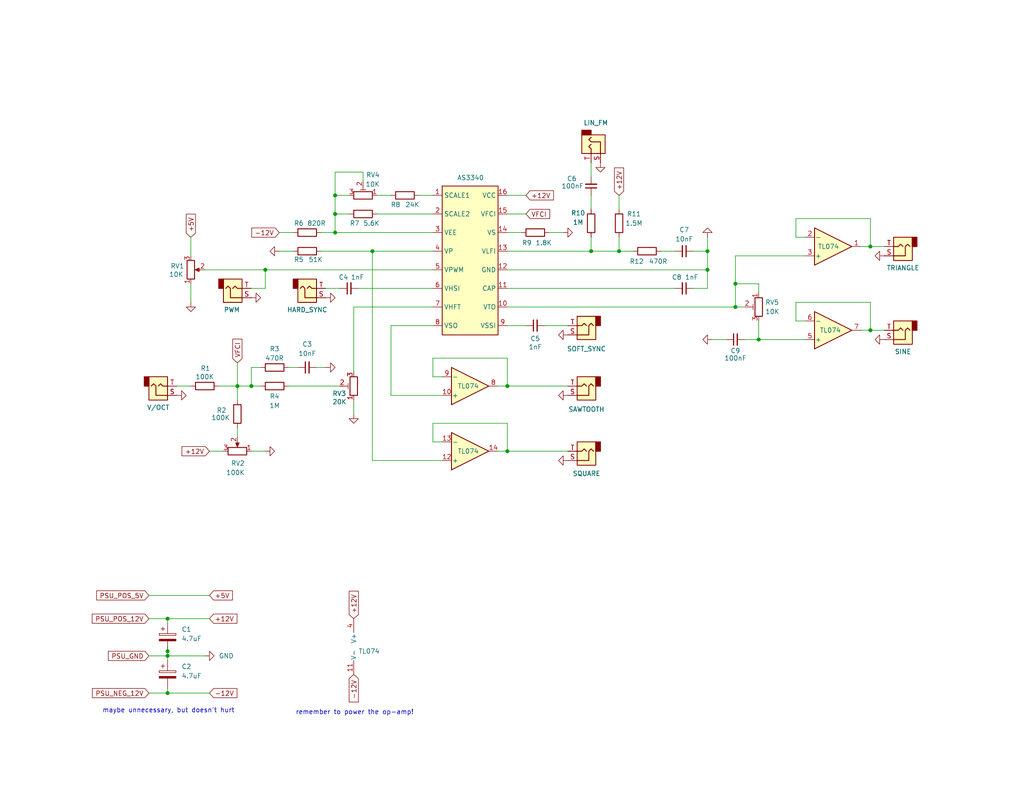
<source format=kicad_sch>
(kicad_sch (version 20250114) (generator "eeschema") (generator_version "9.0")
  (paper "USLetter")
  (lib_symbols
    (symbol "Amplifier_Operational:TL074" (pin_names (offset 0.127))
      (property "Reference" "U" (at 0 5.08 0))
      (property "Value" "TL074" (at 0 -5.08 0))
      (symbol "TL074_1_1"
        (polyline (pts (xy -5.08 5.08) (xy 5.08 0) (xy -5.08 -5.08) (xy -5.08 5.08)) (stroke (width 0.254)) (fill (type background)))
        (pin input line (at -7.62 2.54 0) (length 2.54) (name "+") (number "3"))
        (pin input line (at -7.62 -2.54 0) (length 2.54) (name "-") (number "2"))
        (pin output line (at 7.62 0 180) (length 2.54) (name "~") (number "1"))
      )
      (symbol "TL074_2_1"
        (polyline (pts (xy -5.08 5.08) (xy 5.08 0) (xy -5.08 -5.08) (xy -5.08 5.08)) (stroke (width 0.254)) (fill (type background)))
        (pin input line (at -7.62 2.54 0) (length 2.54) (name "+") (number "5"))
        (pin input line (at -7.62 -2.54 0) (length 2.54) (name "-") (number "6"))
        (pin output line (at 7.62 0 180) (length 2.54) (name "~") (number "7"))
      )
      (symbol "TL074_3_1"
        (polyline (pts (xy -5.08 5.08) (xy 5.08 0) (xy -5.08 -5.08) (xy -5.08 5.08)) (stroke (width 0.254)) (fill (type background)))
        (pin input line (at -7.62 2.54 0) (length 2.54) (name "+") (number "10"))
        (pin input line (at -7.62 -2.54 0) (length 2.54) (name "-") (number "9"))
        (pin output line (at 7.62 0 180) (length 2.54) (name "~") (number "8"))
      )
      (symbol "TL074_4_1"
        (polyline (pts (xy -5.08 5.08) (xy 5.08 0) (xy -5.08 -5.08) (xy -5.08 5.08)) (stroke (width 0.254)) (fill (type background)))
        (pin input line (at -7.62 2.54 0) (length 2.54) (name "+") (number "12"))
        (pin input line (at -7.62 -2.54 0) (length 2.54) (name "-") (number "13"))
        (pin output line (at 7.62 0 180) (length 2.54) (name "~") (number "14"))
      )
      (symbol "TL074_5_1"
        (pin power_in line (at -2.54 7.62 270) (length 3.81) (name "V+") (number "4"))
        (pin power_in line (at -2.54 -7.62 90) (length 3.81) (name "V-") (number "11"))
      )
    )
    (symbol "Audio:AS3340"
      (property "Reference" "U1" (at -5.08 19.812 0))
      (property "Value" "AS3340" (at -5.08 17.272 0))
      (symbol "AS3340_0_1"
        (rectangle (start -10.16 15.24) (end 5.08 -25.4) (stroke (width 0.254)) (fill (type background)))
      )
      (symbol "AS3340_1_1"
        (pin input line (at -12.7 12.7 0) (length 2.54) (name "SCALE1") (number "1"))
        (pin input line (at -12.7 7.62 0) (length 2.54) (name "SCALE2") (number "2"))
        (pin power_in line (at -12.7 2.54 0) (length 2.54) (name "VEE") (number "3"))
        (pin output line (at -12.7 -2.54 0) (length 2.54) (name "VP") (number "4"))
        (pin input line (at -12.7 -7.62 0) (length 2.54) (name "VPWM") (number "5"))
        (pin input line (at -12.7 -12.7 0) (length 2.54) (name "VHSI") (number "6"))
        (pin input line (at -12.7 -17.78 0) (length 2.54) (name "VHFT") (number "7"))
        (pin output line (at -12.7 -22.86 0) (length 2.54) (name "VSO") (number "8"))
        (pin power_in line (at 7.62 12.7 180) (length 2.54) (name "VCC") (number "16"))
        (pin input line (at 7.62 7.62 180) (length 2.54) (name "VFCI") (number "15"))
        (pin passive line (at 7.62 2.54 180) (length 2.54) (name "VS") (number "14"))
        (pin input line (at 7.62 -2.54 180) (length 2.54) (name "VLFI") (number "13"))
        (pin power_in line (at 7.62 -7.62 180) (length 2.54) (name "GND") (number "12"))
        (pin passive line (at 7.62 -12.7 180) (length 2.54) (name "CAP") (number "11"))
        (pin output line (at 7.62 -17.78 180) (length 2.54) (name "VTO") (number "10"))
        (pin input line (at 7.62 -22.86 180) (length 2.54) (name "VSSI") (number "9"))
      )
    )
    (symbol "Connector_Audio:AudioJack2"
      (property "Reference" "J" (at 0 8.89 0))
      (property "Value" "AudioJack2" (at 0 6.35 0))
      (symbol "AudioJack2_0_1"
        (rectangle (start -3.81 0) (end -2.54 -2.54) (stroke (width 0.254)) (fill (type outline)))
        (rectangle (start -2.54 3.81) (end 2.54 -2.54) (stroke (width 0.254)) (fill (type background)))
        (polyline (pts (xy 0 0) (xy 0.635 -0.635) (xy 1.27 0) (xy 2.54 0)) (stroke (width 0.254)))
        (polyline (pts (xy 2.54 2.54) (xy -0.635 2.54) (xy -0.635 0) (xy -1.27 -0.635) (xy -1.905 0)) (stroke (width 0.254)))
      )
      (symbol "AudioJack2_1_1"
        (pin passive line (at 5.08 2.54 180) (length 2.54) (name "~") (number "S"))
        (pin passive line (at 5.08 0 180) (length 2.54) (name "~") (number "T"))
      )
    )
    (symbol "Device:C_Polarized" (pin_numbers (hide yes)) (pin_names (offset 0.254))
      (property "Reference" "C" (at 0.635 2.54 0))
      (property "Value" "C_Polarized" (at 0.635 -2.54 0))
      (symbol "C_Polarized_0_1"
        (rectangle (start -2.286 0.508) (end 2.286 1.016))
        (polyline (pts (xy -1.778 2.286) (xy -0.762 2.286)))
        (polyline (pts (xy -1.27 2.794) (xy -1.27 1.778)))
        (rectangle (start 2.286 -0.508) (end -2.286 -1.016) (fill (type outline)))
      )
      (symbol "C_Polarized_1_1"
        (pin passive line (at 0 3.81 270) (length 2.794) (name "~") (number "1"))
        (pin passive line (at 0 -3.81 90) (length 2.794) (name "~") (number "2"))
      )
    )
    (symbol "Device:C_Small" (pin_numbers (hide yes)) (pin_names (offset 0.254) (hide yes))
      (property "Reference" "C" (at 0.254 1.778 0))
      (property "Value" "C_Small" (at 0.254 -2.032 0))
      (symbol "C_Small_0_1"
        (polyline (pts (xy -1.524 0.508) (xy 1.524 0.508)) (stroke (width 0.3048)))
        (polyline (pts (xy -1.524 -0.508) (xy 1.524 -0.508)) (stroke (width 0.3302)))
      )
      (symbol "C_Small_1_1"
        (pin passive line (at 0 2.54 270) (length 2.032) (name "~") (number "1"))
        (pin passive line (at 0 -2.54 90) (length 2.032) (name "~") (number "2"))
      )
    )
    (symbol "Device:R" (pin_numbers (hide yes)) (pin_names (offset 0))
      (property "Reference" "R" (at 2.032 0 90))
      (property "Value" "R" (at 0 0 90))
      (symbol "R_0_1"
        (rectangle (start -1.016 -2.54) (end 1.016 2.54) (stroke (width 0.254)))
      )
      (symbol "R_1_1"
        (pin passive line (at 0 3.81 270) (length 1.27) (name "~") (number "1"))
        (pin passive line (at 0 -3.81 90) (length 1.27) (name "~") (number "2"))
      )
    )
    (symbol "Device:R_Potentiometer" (pin_names (offset 1.016) (hide yes))
      (property "Reference" "RV" (at -4.445 0 90))
      (property "Value" "R_Potentiometer" (at -2.54 0 90))
      (symbol "R_Potentiometer_0_1"
        (rectangle (start 1.016 2.54) (end -1.016 -2.54) (stroke (width 0.254)))
        (polyline (pts (xy 1.143 0) (xy 2.286 0.508) (xy 2.286 -0.508) (xy 1.143 0)) (fill (type outline)))
        (polyline (pts (xy 2.54 0) (xy 1.524 0)))
      )
      (symbol "R_Potentiometer_1_1"
        (pin passive line (at 0 3.81 270) (length 1.27) (name "1") (number "1"))
        (pin passive line (at 0 -3.81 90) (length 1.27) (name "3") (number "3"))
        (pin passive line (at 3.81 0 180) (length 1.27) (name "2") (number "2"))
      )
    )
    (symbol "Device:R_Potentiometer_Trim" (pin_names (offset 1.016) (hide yes))
      (property "Reference" "RV" (at -4.445 0 90))
      (property "Value" "R_Potentiometer_Trim" (at -2.54 0 90))
      (symbol "R_Potentiometer_Trim_0_1"
        (rectangle (start 1.016 2.54) (end -1.016 -2.54) (stroke (width 0.254)))
        (polyline (pts (xy 1.524 0.762) (xy 1.524 -0.762)))
        (polyline (pts (xy 2.54 0) (xy 1.524 0)))
      )
      (symbol "R_Potentiometer_Trim_1_1"
        (pin passive line (at 0 3.81 270) (length 1.27) (name "1") (number "1"))
        (pin passive line (at 0 -3.81 90) (length 1.27) (name "3") (number "3"))
        (pin passive line (at 3.81 0 180) (length 1.27) (name "2") (number "2"))
      )
    )
    (symbol "power:GND" (power) (pin_numbers (hide yes)) (pin_names (offset 0) (hide yes))
      (property "Value" "GND" (at 0 -3.81 0))
      (symbol "GND_0_1"
        (polyline (pts (xy 0 0) (xy 0 -1.27) (xy 1.27 -1.27) (xy 0 -2.54) (xy -1.27 -1.27) (xy 0 -1.27)))
      )
      (symbol "GND_1_1"
        (pin power_in line (at 0 0 270) (length 0) (name "~") (number "1"))
      )
    )
  )
  (text "maybe unnecessary, but doesn't hurt" (at 45.974 194.056 0) (effects (font (size 1.27 1.27))))
  (text "remember to power the op-amp!" (at 96.774 194.564 0) (effects (font (size 1.27 1.27))))
  (junction (at 161.29 68.58))
  (junction (at 200.66 83.82))
  (junction (at 45.72 168.91))
  (junction (at 138.43 105.41))
  (junction (at 45.72 177.8))
  (junction (at 207.01 92.71))
  (junction (at 138.43 123.19))
  (junction (at 68.58 105.41))
  (junction (at 200.66 77.47))
  (junction (at 168.91 68.58))
  (junction (at 91.44 53.34))
  (junction (at 193.04 73.66))
  (junction (at 91.44 63.5))
  (junction (at 237.49 90.17))
  (junction (at 45.72 179.07))
  (junction (at 101.6 68.58))
  (junction (at 45.72 189.23))
  (junction (at 72.39 73.66))
  (junction (at 64.77 105.41))
  (junction (at 193.04 68.58))
  (junction (at 91.44 58.42))
  (junction (at 237.49 67.31))
  (wire (pts (xy 78.74 105.41) (xy 92.71 105.41)))
  (wire (pts (xy 114.3 53.34) (xy 118.11 53.34)))
  (wire (pts (xy 106.68 53.34) (xy 102.87 53.34)))
  (wire (pts (xy 45.72 179.07) (xy 55.88 179.07)))
  (wire (pts (xy 193.04 78.74) (xy 193.04 73.66)))
  (wire (pts (xy 217.17 82.55) (xy 237.49 82.55)))
  (wire (pts (xy 135.89 105.41) (xy 138.43 105.41)))
  (wire (pts (xy 120.65 102.87) (xy 118.11 102.87)))
  (wire (pts (xy 68.58 100.33) (xy 68.58 105.41)))
  (wire (pts (xy 97.79 78.74) (xy 118.11 78.74)))
  (wire (pts (xy 55.88 73.66) (xy 72.39 73.66)))
  (wire (pts (xy 64.77 105.41) (xy 64.77 109.22)))
  (wire (pts (xy 161.29 57.15) (xy 161.29 53.34)))
  (wire (pts (xy 45.72 176.53) (xy 45.72 177.8)))
  (wire (pts (xy 96.52 83.82) (xy 118.11 83.82)))
  (wire (pts (xy 45.72 179.07) (xy 45.72 180.34)))
  (wire (pts (xy 45.72 168.91) (xy 57.15 168.91)))
  (wire (pts (xy 99.06 46.99) (xy 91.44 46.99)))
  (wire (pts (xy 76.2 68.58) (xy 80.01 68.58)))
  (wire (pts (xy 138.43 123.19) (xy 154.94 123.19)))
  (wire (pts (xy 86.36 100.33) (xy 88.9 100.33)))
  (wire (pts (xy 200.66 77.47) (xy 207.01 77.47)))
  (wire (pts (xy 72.39 73.66) (xy 118.11 73.66)))
  (wire (pts (xy 64.77 119.38) (xy 64.77 116.84)))
  (wire (pts (xy 219.71 87.63) (xy 217.17 87.63)))
  (wire (pts (xy 80.01 63.5) (xy 76.2 63.5)))
  (wire (pts (xy 91.44 58.42) (xy 91.44 63.5)))
  (wire (pts (xy 40.64 162.56) (xy 57.15 162.56)))
  (wire (pts (xy 138.43 105.41) (xy 154.94 105.41)))
  (wire (pts (xy 148.59 88.9) (xy 154.94 88.9)))
  (wire (pts (xy 161.29 68.58) (xy 168.91 68.58)))
  (wire (pts (xy 193.04 68.58) (xy 189.23 68.58)))
  (wire (pts (xy 87.63 63.5) (xy 91.44 63.5)))
  (wire (pts (xy 106.68 88.9) (xy 106.68 107.95)))
  (wire (pts (xy 102.87 58.42) (xy 118.11 58.42)))
  (wire (pts (xy 78.74 100.33) (xy 81.28 100.33)))
  (wire (pts (xy 168.91 68.58) (xy 172.72 68.58)))
  (wire (pts (xy 48.26 105.41) (xy 52.07 105.41)))
  (wire (pts (xy 237.49 82.55) (xy 237.49 90.17)))
  (wire (pts (xy 219.71 64.77) (xy 217.17 64.77)))
  (wire (pts (xy 118.11 88.9) (xy 106.68 88.9)))
  (wire (pts (xy 91.44 46.99) (xy 91.44 53.34)))
  (wire (pts (xy 68.58 78.74) (xy 72.39 78.74)))
  (wire (pts (xy 138.43 63.5) (xy 142.24 63.5)))
  (wire (pts (xy 153.67 63.5) (xy 149.86 63.5)))
  (wire (pts (xy 96.52 101.6) (xy 96.52 83.82)))
  (wire (pts (xy 45.72 170.18) (xy 45.72 168.91)))
  (wire (pts (xy 237.49 59.69) (xy 237.49 67.31)))
  (wire (pts (xy 45.72 187.96) (xy 45.72 189.23)))
  (wire (pts (xy 237.49 90.17) (xy 241.3 90.17)))
  (wire (pts (xy 234.95 90.17) (xy 237.49 90.17)))
  (wire (pts (xy 207.01 87.63) (xy 207.01 92.71)))
  (wire (pts (xy 101.6 125.73) (xy 120.65 125.73)))
  (wire (pts (xy 180.34 68.58) (xy 184.15 68.58)))
  (wire (pts (xy 189.23 78.74) (xy 193.04 78.74)))
  (wire (pts (xy 194.31 92.71) (xy 198.12 92.71)))
  (wire (pts (xy 118.11 120.65) (xy 118.11 115.57)))
  (wire (pts (xy 118.11 97.79) (xy 138.43 97.79)))
  (wire (pts (xy 52.07 77.47) (xy 52.07 82.55)))
  (wire (pts (xy 45.72 168.91) (xy 40.64 168.91)))
  (wire (pts (xy 96.52 113.03) (xy 96.52 109.22)))
  (wire (pts (xy 161.29 48.26) (xy 161.29 44.45)))
  (wire (pts (xy 106.68 107.95) (xy 120.65 107.95)))
  (wire (pts (xy 217.17 87.63) (xy 217.17 82.55)))
  (wire (pts (xy 45.72 177.8) (xy 45.72 179.07)))
  (wire (pts (xy 135.89 123.19) (xy 138.43 123.19)))
  (wire (pts (xy 200.66 69.85) (xy 219.71 69.85)))
  (wire (pts (xy 68.58 105.41) (xy 64.77 105.41)))
  (wire (pts (xy 217.17 59.69) (xy 237.49 59.69)))
  (wire (pts (xy 143.51 53.34) (xy 138.43 53.34)))
  (wire (pts (xy 120.65 120.65) (xy 118.11 120.65)))
  (wire (pts (xy 45.72 179.07) (xy 40.64 179.07)))
  (wire (pts (xy 52.07 64.77) (xy 52.07 69.85)))
  (wire (pts (xy 87.63 68.58) (xy 101.6 68.58)))
  (wire (pts (xy 138.43 68.58) (xy 161.29 68.58)))
  (wire (pts (xy 207.01 80.01) (xy 207.01 77.47)))
  (wire (pts (xy 91.44 63.5) (xy 118.11 63.5)))
  (wire (pts (xy 118.11 102.87) (xy 118.11 97.79)))
  (wire (pts (xy 138.43 88.9) (xy 143.51 88.9)))
  (wire (pts (xy 64.77 105.41) (xy 64.77 99.06)))
  (wire (pts (xy 200.66 69.85) (xy 200.66 77.47)))
  (wire (pts (xy 99.06 49.53) (xy 99.06 46.99)))
  (wire (pts (xy 168.91 53.34) (xy 168.91 57.15)))
  (wire (pts (xy 203.2 92.71) (xy 207.01 92.71)))
  (wire (pts (xy 71.12 105.41) (xy 68.58 105.41)))
  (wire (pts (xy 217.17 64.77) (xy 217.17 59.69)))
  (wire (pts (xy 68.58 123.19) (xy 72.39 123.19)))
  (wire (pts (xy 91.44 58.42) (xy 95.25 58.42)))
  (wire (pts (xy 91.44 53.34) (xy 95.25 53.34)))
  (wire (pts (xy 200.66 83.82) (xy 200.66 77.47)))
  (wire (pts (xy 193.04 68.58) (xy 193.04 73.66)))
  (wire (pts (xy 88.9 78.74) (xy 92.71 78.74)))
  (wire (pts (xy 161.29 64.77) (xy 161.29 68.58)))
  (wire (pts (xy 138.43 78.74) (xy 184.15 78.74)))
  (wire (pts (xy 101.6 68.58) (xy 101.6 125.73)))
  (wire (pts (xy 200.66 83.82) (xy 203.2 83.82)))
  (wire (pts (xy 71.12 100.33) (xy 68.58 100.33)))
  (wire (pts (xy 193.04 73.66) (xy 138.43 73.66)))
  (wire (pts (xy 138.43 97.79) (xy 138.43 105.41)))
  (wire (pts (xy 91.44 53.34) (xy 91.44 58.42)))
  (wire (pts (xy 57.15 123.19) (xy 60.96 123.19)))
  (wire (pts (xy 138.43 115.57) (xy 138.43 123.19)))
  (wire (pts (xy 234.95 67.31) (xy 237.49 67.31)))
  (wire (pts (xy 237.49 67.31) (xy 241.3 67.31)))
  (wire (pts (xy 138.43 58.42) (xy 143.51 58.42)))
  (wire (pts (xy 101.6 68.58) (xy 118.11 68.58)))
  (wire (pts (xy 45.72 189.23) (xy 40.64 189.23)))
  (wire (pts (xy 193.04 64.77) (xy 193.04 68.58)))
  (wire (pts (xy 207.01 92.71) (xy 219.71 92.71)))
  (wire (pts (xy 168.91 64.77) (xy 168.91 68.58)))
  (wire (pts (xy 59.69 105.41) (xy 64.77 105.41)))
  (wire (pts (xy 72.39 73.66) (xy 72.39 78.74)))
  (wire (pts (xy 45.72 189.23) (xy 57.15 189.23)))
  (wire (pts (xy 118.11 115.57) (xy 138.43 115.57)))
  (wire (pts (xy 138.43 83.82) (xy 200.66 83.82)))
  (global_label "+12V" (shape input) (at 57.15 123.19 180) (property "Intersheetrefs" "${INTERSHEET_REFS}" (effects (hide yes))))
  (global_label "+12V" (shape input) (at 168.91 53.34 90) (property "Intersheetrefs" "${INTERSHEET_REFS}" (effects (hide yes))))
  (global_label "PSU_POS_5V" (shape input) (at 40.64 162.56 180) (property "Intersheetrefs" "${INTERSHEET_REFS}" (effects (hide yes))))
  (global_label "VFCI" (shape input) (at 143.51 58.42 0) (property "Intersheetrefs" "${INTERSHEET_REFS}" (effects (hide yes))))
  (global_label "PSU_POS_12V" (shape input) (at 40.64 168.91 180) (property "Intersheetrefs" "${INTERSHEET_REFS}" (effects (hide yes))))
  (global_label "+5V" (shape input) (at 52.07 64.77 90) (property "Intersheetrefs" "${INTERSHEET_REFS}" (effects (hide yes))))
  (global_label "+12V" (shape input) (at 96.52 168.91 90) (property "Intersheetrefs" "${INTERSHEET_REFS}" (effects (hide yes))))
  (global_label "+5V" (shape input) (at 57.15 162.56 0) (property "Intersheetrefs" "${INTERSHEET_REFS}" (effects (hide yes))))
  (global_label "PSU_GND" (shape input) (at 40.64 179.07 180) (property "Intersheetrefs" "${INTERSHEET_REFS}" (effects (hide yes))))
  (global_label "-12V" (shape input) (at 57.15 189.23 0) (property "Intersheetrefs" "${INTERSHEET_REFS}" (effects (hide yes))))
  (global_label "-12V" (shape input) (at 76.2 63.5 180) (property "Intersheetrefs" "${INTERSHEET_REFS}" (effects (hide yes))))
  (global_label "VFCI" (shape input) (at 64.77 99.06 90) (property "Intersheetrefs" "${INTERSHEET_REFS}" (effects (hide yes))))
  (global_label "-12V" (shape input) (at 96.52 184.15 270) (property "Intersheetrefs" "${INTERSHEET_REFS}" (effects (hide yes))))
  (global_label "+12V" (shape input) (at 57.15 168.91 0) (property "Intersheetrefs" "${INTERSHEET_REFS}" (effects (hide yes))))
  (global_label "+12V" (shape input) (at 143.51 53.34 0) (property "Intersheetrefs" "${INTERSHEET_REFS}" (effects (hide yes))))
  (global_label "PSU_NEG_12V" (shape input) (at 40.64 189.23 180) (property "Intersheetrefs" "${INTERSHEET_REFS}" (effects (hide yes))))
  (symbol (lib_id "power:GND") (at 88.9 81.28 90) (unit 1)
    (property "Reference" "#PWR013" (effects (hide yes)))
    (property "Value" "GND" (effects (hide yes)))
    (property "Description" "Power symbol creates a global label with name \"GND\" , ground" (effects (hide yes)))
  )
  (symbol (lib_id "power:GND") (at 241.3 69.85 270) (unit 1)
    (property "Reference" "#PWR09" (effects (hide yes)))
    (property "Value" "GND" (effects (hide yes)))
    (property "Description" "Power symbol creates a global label with name \"GND\" , ground" (effects (hide yes)))
  )
  (symbol (lib_id "Device:R") (at 83.82 68.58 90) (unit 1)
    (property "Reference" "R5" (at 81.534 70.866 90))
    (property "Value" "51K" (at 86.106 70.866 90))
    (property "Description" "Resistor" (effects (hide yes)))
  )
  (symbol (lib_id "power:GND") (at 154.94 125.73 270) (unit 1)
    (property "Reference" "#PWR07" (effects (hide yes)))
    (property "Value" "GND" (effects (hide yes)))
    (property "Description" "Power symbol creates a global label with name \"GND\" , ground" (effects (hide yes)))
  )
  (symbol (lib_id "Device:C_Small") (at 186.69 68.58 270) (unit 1)
    (property "Reference" "C7" (at 186.69 62.738 90))
    (property "Value" "10nF" (at 186.69 65.278 90))
    (property "Description" "Unpolarized capacitor, small symbol" (effects (hide yes)))
  )
  (symbol (lib_id "power:GND") (at 96.52 113.03 0) (unit 1)
    (property "Reference" "#PWR016" (effects (hide yes)))
    (property "Value" "GND" (effects (hide yes)))
    (property "Description" "Power symbol creates a global label with name \"GND\" , ground" (effects (hide yes)))
  )
  (symbol (lib_id "Amplifier_Operational:TL074") (at 128.27 123.19 0) (mirror x) (unit 4)
    (property "Reference" "U2" (effects (hide yes)))
    (property "Value" "TL074" (at 127.762 123.19 0))
    (property "Datasheet" "http://www.ti.com/lit/ds/symlink/tl071.pdf" (effects (hide yes)))
    (property "Description" "Quad Low-Noise JFET-Input Operational Amplifiers, DIP-14/SOIC-14" (effects (hide yes)))
  )
  (symbol (lib_id "Device:R") (at 74.93 100.33 270) (unit 1)
    (property "Reference" "R3" (at 74.93 95.25 90))
    (property "Value" "470R" (at 74.93 97.79 90))
    (property "Description" "Resistor" (effects (hide yes)))
  )
  (symbol (lib_id "power:GND") (at 163.83 44.45 0) (unit 1)
    (property "Reference" "#PWR014" (effects (hide yes)))
    (property "Value" "GND" (effects (hide yes)))
    (property "Description" "Power symbol creates a global label with name \"GND\" , ground" (effects (hide yes)))
  )
  (symbol (lib_id "Connector_Audio:AudioJack2") (at 246.38 67.31 180) (unit 1)
    (property "Reference" "J3" (effects (hide yes)))
    (property "Value" "TRIANGLE" (at 246.38 73.152 0))
    (property "Description" "Audio Jack, 2 Poles (Mono / TS)" (effects (hide yes)))
  )
  (symbol (lib_id "power:GND") (at 241.3 92.71 270) (unit 1)
    (property "Reference" "#PWR010" (effects (hide yes)))
    (property "Value" "GND" (effects (hide yes)))
    (property "Description" "Power symbol creates a global label with name \"GND\" , ground" (effects (hide yes)))
  )
  (symbol (lib_id "Device:R") (at 74.93 105.41 90) (unit 1)
    (property "Reference" "R4" (at 74.93 108.204 90))
    (property "Value" "1M" (at 74.93 110.744 90))
    (property "Description" "Resistor" (effects (hide yes)))
  )
  (symbol (lib_id "Device:R_Potentiometer_Trim") (at 207.01 83.82 0) (mirror y) (unit 1)
    (property "Reference" "RV5" (at 208.788 82.55 0) (effects (justify right)))
    (property "Value" "10K" (at 208.788 85.09 0) (effects (justify right)))
    (property "Description" "Trim-potentiometer" (effects (hide yes)))
  )
  (symbol (lib_id "power:GND") (at 52.07 82.55 0) (unit 1)
    (property "Reference" "#PWR011" (effects (hide yes)))
    (property "Value" "GND" (effects (hide yes)))
    (property "Description" "Power symbol creates a global label with name \"GND\" , ground" (effects (hide yes)))
  )
  (symbol (lib_id "Amplifier_Operational:TL074") (at 227.33 90.17 0) (mirror x) (unit 2)
    (property "Reference" "U2" (effects (hide yes)))
    (property "Value" "TL074" (at 226.568 90.17 0))
    (property "Datasheet" "http://www.ti.com/lit/ds/symlink/tl071.pdf" (effects (hide yes)))
    (property "Description" "Quad Low-Noise JFET-Input Operational Amplifiers, DIP-14/SOIC-14" (effects (hide yes)))
  )
  (symbol (lib_id "Device:C_Small") (at 146.05 88.9 90) (unit 1)
    (property "Reference" "C5" (at 146.05 92.456 90))
    (property "Value" "1nF" (at 146.05 94.742 90))
    (property "Description" "Unpolarized capacitor, small symbol" (effects (hide yes)))
  )
  (symbol (lib_id "Device:R_Potentiometer_Trim") (at 99.06 53.34 270) (mirror x) (unit 1)
    (property "Reference" "RV4" (at 103.632 47.752 90) (effects (justify right)))
    (property "Value" "10K" (at 103.632 50.292 90) (effects (justify right)))
    (property "Description" "Trim-potentiometer" (effects (hide yes)))
  )
  (symbol (lib_id "Amplifier_Operational:TL074") (at 99.06 176.53 0) (unit 5)
    (property "Reference" "U3" (effects (hide yes)))
    (property "Value" "TL074" (at 97.79 177.7999 0) (effects (justify left)))
    (property "Datasheet" "http://www.ti.com/lit/ds/symlink/tl071.pdf" (effects (hide yes)))
    (property "Description" "Quad Low-Noise JFET-Input Operational Amplifiers, DIP-14/SOIC-14" (effects (hide yes)))
  )
  (symbol (lib_id "Connector_Audio:AudioJack2") (at 83.82 78.74 0) (mirror x) (unit 1)
    (property "Reference" "J5" (effects (hide yes)))
    (property "Value" "HARD_SYNC" (at 83.82 84.582 0))
    (property "Description" "Audio Jack, 2 Poles (Mono / TS)" (effects (hide yes)))
  )
  (symbol (lib_id "Device:C_Small") (at 95.25 78.74 90) (unit 1)
    (property "Reference" "C4" (at 93.726 75.692 90))
    (property "Value" "1nF" (at 97.536 75.692 90))
    (property "Description" "Unpolarized capacitor, small symbol" (effects (hide yes)))
  )
  (symbol (lib_id "Device:C_Small") (at 161.29 50.8 180) (unit 1)
    (property "Reference" "C6" (at 154.686 48.768 0) (effects (justify right)))
    (property "Value" "100nF" (at 156.21 50.8 0))
    (property "Description" "Unpolarized capacitor, small symbol" (effects (hide yes)))
  )
  (symbol (lib_id "Device:R") (at 55.88 105.41 270) (unit 1)
    (property "Reference" "R1" (at 57.404 100.5839 90) (effects (justify right)))
    (property "Value" "100K" (at 58.42 102.87 90) (effects (justify right)))
    (property "Description" "Resistor" (effects (hide yes)))
  )
  (symbol (lib_id "Device:R") (at 110.49 53.34 90) (unit 1)
    (property "Reference" "R8" (at 107.95 55.88 90))
    (property "Value" "24K" (at 112.522 55.88 90))
    (property "Description" "Resistor" (effects (hide yes)))
  )
  (symbol (lib_id "Connector_Audio:AudioJack2") (at 160.02 88.9 180) (unit 1)
    (property "Reference" "J2" (effects (hide yes)))
    (property "Value" "SOFT_SYNC" (at 160.02 95.25 0))
    (property "Description" "Audio Jack, 2 Poles (Mono / TS)" (effects (hide yes)))
  )
  (symbol (lib_id "Device:R_Potentiometer") (at 52.07 73.66 0) (mirror x) (unit 1)
    (property "Reference" "RV1" (at 50.292 72.644 0) (effects (justify right)))
    (property "Value" "10K" (at 50.038 74.93 0) (effects (justify right)))
    (property "Description" "Potentiometer" (effects (hide yes)))
  )
  (symbol (lib_id "Audio:AS3340") (at 130.81 66.04 0) (unit 1)
    (property "Reference" "U1" (effects (hide yes)))
    (property "Value" "AS3340" (at 124.714 48.514 0) (effects (justify left)))
    (property "Datasheet" "http://www.alfarzpp.lv/eng/sc/AS3340.pdf" (effects (hide yes)))
    (property "Description" "Voltage Controlled Oscillator (VCO), DIP-16/SOIC-16" (effects (hide yes)))
  )
  (symbol (lib_id "Connector_Audio:AudioJack2") (at 160.02 105.41 180) (unit 1)
    (property "Reference" "J6" (effects (hide yes)))
    (property "Value" "SAWTOOTH" (at 160.02 111.76 0))
    (property "Description" "Audio Jack, 2 Poles (Mono / TS)" (effects (hide yes)))
  )
  (symbol (lib_id "Device:C_Polarized") (at 45.72 173.99 0) (unit 1)
    (property "Reference" "C1" (at 49.53 171.8309 0) (effects (justify left)))
    (property "Value" "4.7uF" (at 49.53 174.3709 0) (effects (justify left)))
    (property "Description" "Polarized capacitor" (effects (hide yes)))
  )
  (symbol (lib_id "Connector_Audio:AudioJack2") (at 43.18 105.41 0) (mirror x) (unit 1)
    (property "Reference" "J1" (effects (hide yes)))
    (property "Value" "V/OCT" (at 43.18 111.252 0))
    (property "Description" "Audio Jack, 2 Poles (Mono / TS)" (effects (hide yes)))
  )
  (symbol (lib_id "Device:C_Small") (at 83.82 100.33 90) (unit 1)
    (property "Reference" "C3" (at 83.8263 93.98 90))
    (property "Value" "10nF" (at 83.8263 96.52 90))
    (property "Description" "Unpolarized capacitor, small symbol" (effects (hide yes)))
  )
  (symbol (lib_id "power:GND") (at 194.31 92.71 270) (unit 1)
    (property "Reference" "#PWR08" (effects (hide yes)))
    (property "Value" "GND" (effects (hide yes)))
    (property "Description" "Power symbol creates a global label with name \"GND\" , ground" (effects (hide yes)))
  )
  (symbol (lib_id "power:GND") (at 76.2 68.58 270) (unit 1)
    (property "Reference" "#PWR04" (effects (hide yes)))
    (property "Value" "GND" (effects (hide yes)))
    (property "Description" "Power symbol creates a global label with name \"GND\" , ground" (effects (hide yes)))
  )
  (symbol (lib_id "Connector_Audio:AudioJack2") (at 63.5 78.74 0) (mirror x) (unit 1)
    (property "Reference" "J4" (effects (hide yes)))
    (property "Value" "PWM" (at 63.246 84.582 0))
    (property "Description" "Audio Jack, 2 Poles (Mono / TS)" (effects (hide yes)))
  )
  (symbol (lib_id "power:GND") (at 72.39 123.19 90) (unit 1)
    (property "Reference" "#PWR01" (effects (hide yes)))
    (property "Value" "GND" (effects (hide yes)))
    (property "Description" "Power symbol creates a global label with name \"GND\" , ground" (effects (hide yes)))
  )
  (symbol (lib_id "Connector_Audio:AudioJack2") (at 246.38 90.17 180) (unit 1)
    (property "Reference" "J8" (effects (hide yes)))
    (property "Value" "SINE" (at 246.38 96.012 0))
    (property "Description" "Audio Jack, 2 Poles (Mono / TS)" (effects (hide yes)))
  )
  (symbol (lib_id "Device:R") (at 64.77 113.03 180) (unit 1)
    (property "Reference" "R2" (at 60.452 112.014 0))
    (property "Value" "100K" (at 60.198 114.046 0))
    (property "Description" "Resistor" (effects (hide yes)))
  )
  (symbol (lib_id "power:GND") (at 154.94 91.44 270) (unit 1)
    (property "Reference" "#PWR05" (effects (hide yes)))
    (property "Value" "GND" (effects (hide yes)))
    (property "Description" "Power symbol creates a global label with name \"GND\" , ground" (effects (hide yes)))
  )
  (symbol (lib_id "Device:C_Small") (at 200.66 92.71 90) (unit 1)
    (property "Reference" "C9" (at 200.66 95.758 90))
    (property "Value" "100nF" (at 200.66 97.79 90))
    (property "Description" "Unpolarized capacitor, small symbol" (effects (hide yes)))
  )
  (symbol (lib_id "Amplifier_Operational:TL074") (at 227.33 67.31 0) (mirror x) (unit 1)
    (property "Reference" "U2" (effects (hide yes)))
    (property "Value" "TL074" (at 226.06 67.31 0))
    (property "Datasheet" "http://www.ti.com/lit/ds/symlink/tl071.pdf" (effects (hide yes)))
    (property "Description" "Quad Low-Noise JFET-Input Operational Amplifiers, DIP-14/SOIC-14" (effects (hide yes)))
  )
  (symbol (lib_id "power:GND") (at 193.04 64.77 180) (unit 1)
    (property "Reference" "#PWR015" (effects (hide yes)))
    (property "Value" "GND" (effects (hide yes)))
    (property "Description" "Power symbol creates a global label with name \"GND\" , ground" (effects (hide yes)))
  )
  (symbol (lib_id "power:GND") (at 153.67 63.5 90) (unit 1)
    (property "Reference" "#PWR03" (effects (hide yes)))
    (property "Value" "GND" (effects (hide yes)))
    (property "Description" "Power symbol creates a global label with name \"GND\" , ground" (effects (hide yes)))
  )
  (symbol (lib_id "Device:R") (at 161.29 60.96 180) (unit 1)
    (property "Reference" "R10" (at 157.734 58.166 0))
    (property "Value" "1M" (at 157.734 60.706 0))
    (property "Description" "Resistor" (effects (hide yes)))
  )
  (symbol (lib_id "Amplifier_Operational:TL074") (at 128.27 105.41 0) (mirror x) (unit 3)
    (property "Reference" "U2" (effects (hide yes)))
    (property "Value" "TL074" (at 127.762 105.41 0))
    (property "Datasheet" "http://www.ti.com/lit/ds/symlink/tl071.pdf" (effects (hide yes)))
    (property "Description" "Quad Low-Noise JFET-Input Operational Amplifiers, DIP-14/SOIC-14" (effects (hide yes)))
  )
  (symbol (lib_id "Device:R") (at 83.82 63.5 90) (unit 1)
    (property "Reference" "R6" (at 81.534 60.96 90))
    (property "Value" "820R" (at 86.36 60.96 90))
    (property "Description" "Resistor" (effects (hide yes)))
  )
  (symbol (lib_id "Device:R_Potentiometer") (at 64.77 123.19 270) (mirror x) (unit 1)
    (property "Reference" "RV2" (at 66.802 126.492 90) (effects (justify right)))
    (property "Value" "100K" (at 66.802 129.032 90) (effects (justify right)))
    (property "Description" "Potentiometer" (effects (hide yes)))
  )
  (symbol (lib_id "Device:C_Small") (at 186.69 78.74 270) (unit 1)
    (property "Reference" "C8" (at 184.658 75.692 90))
    (property "Value" "1nF" (at 188.722 75.692 90))
    (property "Description" "Unpolarized capacitor, small symbol" (effects (hide yes)))
  )
  (symbol (lib_id "power:GND") (at 48.26 107.95 90) (unit 1)
    (property "Reference" "#PWR017" (effects (hide yes)))
    (property "Value" "GND" (effects (hide yes)))
    (property "Description" "Power symbol creates a global label with name \"GND\" , ground" (effects (hide yes)))
  )
  (symbol (lib_id "Connector_Audio:AudioJack2") (at 160.02 123.19 180) (unit 1)
    (property "Reference" "J7" (effects (hide yes)))
    (property "Value" "SQUARE" (at 160.02 129.286 0))
    (property "Description" "Audio Jack, 2 Poles (Mono / TS)" (effects (hide yes)))
  )
  (symbol (lib_id "Connector_Audio:AudioJack2") (at 161.29 39.37 270) (unit 1)
    (property "Reference" "J9" (effects (hide yes)))
    (property "Value" "LIN_FM" (at 162.56 33.528 90))
    (property "Description" "Audio Jack, 2 Poles (Mono / TS)" (effects (hide yes)))
  )
  (symbol (lib_id "power:GND") (at 55.88 179.07 90) (unit 1)
    (property "Reference" "#PWR018" (effects (hide yes)))
    (property "Value" "GND" (at 59.69 179.0699 90) (effects (justify right)))
    (property "Description" "Power symbol creates a global label with name \"GND\" , ground" (effects (hide yes)))
  )
  (symbol (lib_id "Device:C_Polarized") (at 45.72 184.15 0) (unit 1)
    (property "Reference" "C2" (at 49.53 181.9909 0) (effects (justify left)))
    (property "Value" "4.7uF" (at 49.53 184.5309 0) (effects (justify left)))
    (property "Description" "Polarized capacitor" (effects (hide yes)))
  )
  (symbol (lib_id "Device:R") (at 146.05 63.5 90) (unit 1)
    (property "Reference" "R9" (at 143.764 66.294 90))
    (property "Value" "1.8K" (at 148.336 66.294 90))
    (property "Description" "Resistor" (effects (hide yes)))
  )
  (symbol (lib_id "power:GND") (at 68.58 81.28 90) (unit 1)
    (property "Reference" "#PWR012" (effects (hide yes)))
    (property "Value" "GND" (effects (hide yes)))
    (property "Description" "Power symbol creates a global label with name \"GND\" , ground" (effects (hide yes)))
  )
  (symbol (lib_id "Device:R") (at 168.91 60.96 180) (unit 1)
    (property "Reference" "R11" (at 172.974 58.42 0))
    (property "Value" "1.5M" (at 172.974 60.96 0))
    (property "Description" "Resistor" (effects (hide yes)))
  )
  (symbol (lib_id "power:GND") (at 88.9 100.33 90) (unit 1)
    (property "Reference" "#PWR02" (effects (hide yes)))
    (property "Value" "GND" (effects (hide yes)))
    (property "Description" "Power symbol creates a global label with name \"GND\" , ground" (effects (hide yes)))
  )
  (symbol (lib_id "Device:R") (at 99.06 58.42 270) (unit 1)
    (property "Reference" "R7" (at 96.774 60.96 90))
    (property "Value" "5.6K" (at 101.346 60.96 90))
    (property "Description" "Resistor" (effects (hide yes)))
  )
  (symbol (lib_id "Device:R") (at 176.53 68.58 270) (unit 1)
    (property "Reference" "R12" (at 173.736 71.374 90))
    (property "Value" "470R" (at 179.578 71.374 90))
    (property "Description" "Resistor" (effects (hide yes)))
  )
  (symbol (lib_id "Device:R_Potentiometer_Trim") (at 96.52 105.41 180) (unit 1)
    (property "Reference" "RV3" (at 90.678 107.4419 0) (effects (justify right)))
    (property "Value" "20K" (at 90.678 109.728 0) (effects (justify right)))
    (property "Description" "Trim-potentiometer" (effects (hide yes)))
  )
  (symbol (lib_id "power:GND") (at 154.94 107.95 270) (unit 1)
    (property "Reference" "#PWR06" (effects (hide yes)))
    (property "Value" "GND" (effects (hide yes)))
    (property "Description" "Power symbol creates a global label with name \"GND\" , ground" (effects (hide yes)))
  )
)
</source>
